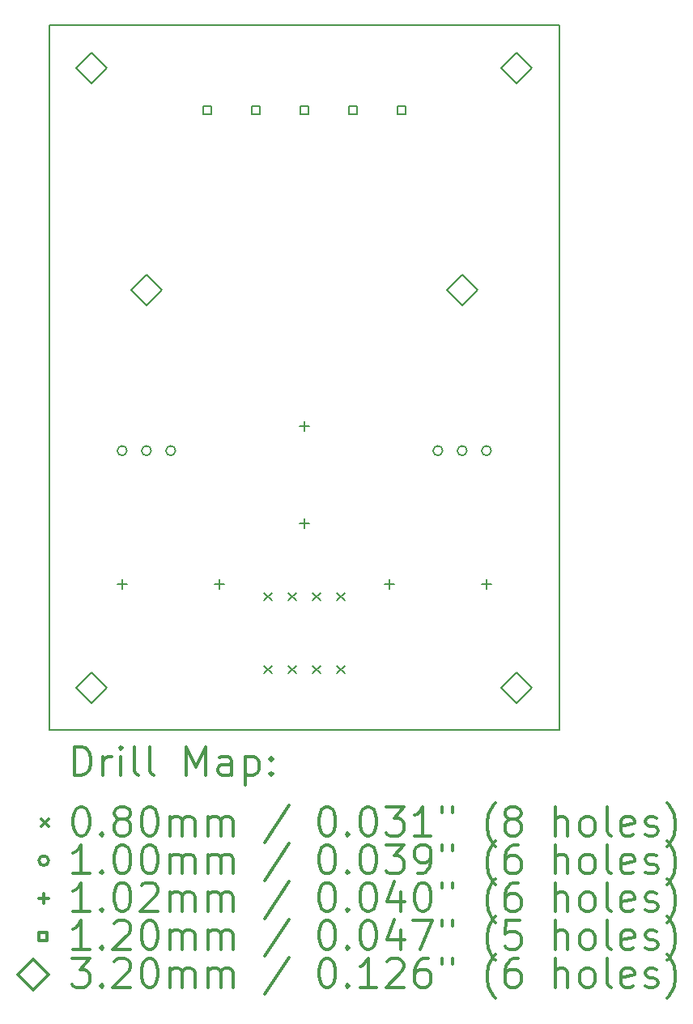
<source format=gbr>
%FSLAX45Y45*%
G04 Gerber Fmt 4.5, Leading zero omitted, Abs format (unit mm)*
G04 Created by KiCad (PCBNEW 4.0.5+dfsg1-4) date Mon Apr 17 11:42:10 2017*
%MOMM*%
%LPD*%
G01*
G04 APERTURE LIST*
%ADD10C,0.127000*%
%ADD11C,0.150000*%
%ADD12C,0.200000*%
%ADD13C,0.300000*%
G04 APERTURE END LIST*
D10*
D11*
X15113000Y-14351000D02*
X15113000Y-6985000D01*
X20447000Y-14351000D02*
X15113000Y-14351000D01*
X20447000Y-6985000D02*
X20447000Y-14351000D01*
X15113000Y-6985000D02*
X20447000Y-6985000D01*
D12*
X17359000Y-12914000D02*
X17439000Y-12994000D01*
X17439000Y-12914000D02*
X17359000Y-12994000D01*
X17359000Y-13676000D02*
X17439000Y-13756000D01*
X17439000Y-13676000D02*
X17359000Y-13756000D01*
X17613000Y-12914000D02*
X17693000Y-12994000D01*
X17693000Y-12914000D02*
X17613000Y-12994000D01*
X17613000Y-13676000D02*
X17693000Y-13756000D01*
X17693000Y-13676000D02*
X17613000Y-13756000D01*
X17867000Y-12914000D02*
X17947000Y-12994000D01*
X17947000Y-12914000D02*
X17867000Y-12994000D01*
X17867000Y-13676000D02*
X17947000Y-13756000D01*
X17947000Y-13676000D02*
X17867000Y-13756000D01*
X18121000Y-12914000D02*
X18201000Y-12994000D01*
X18201000Y-12914000D02*
X18121000Y-12994000D01*
X18121000Y-13676000D02*
X18201000Y-13756000D01*
X18201000Y-13676000D02*
X18121000Y-13756000D01*
X15925038Y-11430000D02*
G75*
G03X15925038Y-11430000I-50038J0D01*
G01*
X16179038Y-11430000D02*
G75*
G03X16179038Y-11430000I-50038J0D01*
G01*
X16433038Y-11430000D02*
G75*
G03X16433038Y-11430000I-50038J0D01*
G01*
X19227038Y-11430000D02*
G75*
G03X19227038Y-11430000I-50038J0D01*
G01*
X19481038Y-11430000D02*
G75*
G03X19481038Y-11430000I-50038J0D01*
G01*
X19735038Y-11430000D02*
G75*
G03X19735038Y-11430000I-50038J0D01*
G01*
X15875000Y-12776200D02*
X15875000Y-12877800D01*
X15824200Y-12827000D02*
X15925800Y-12827000D01*
X16891000Y-12776200D02*
X16891000Y-12877800D01*
X16840200Y-12827000D02*
X16941800Y-12827000D01*
X17780000Y-11125200D02*
X17780000Y-11226800D01*
X17729200Y-11176000D02*
X17830800Y-11176000D01*
X17780000Y-12141200D02*
X17780000Y-12242800D01*
X17729200Y-12192000D02*
X17830800Y-12192000D01*
X18669000Y-12776200D02*
X18669000Y-12877800D01*
X18618200Y-12827000D02*
X18719800Y-12827000D01*
X19685000Y-12776200D02*
X19685000Y-12877800D01*
X19634200Y-12827000D02*
X19735800Y-12827000D01*
X16806427Y-7916427D02*
X16806427Y-7831573D01*
X16721573Y-7831573D01*
X16721573Y-7916427D01*
X16806427Y-7916427D01*
X17314427Y-7916427D02*
X17314427Y-7831573D01*
X17229573Y-7831573D01*
X17229573Y-7916427D01*
X17314427Y-7916427D01*
X17822427Y-7916427D02*
X17822427Y-7831573D01*
X17737573Y-7831573D01*
X17737573Y-7916427D01*
X17822427Y-7916427D01*
X18330427Y-7916427D02*
X18330427Y-7831573D01*
X18245573Y-7831573D01*
X18245573Y-7916427D01*
X18330427Y-7916427D01*
X18838427Y-7916427D02*
X18838427Y-7831573D01*
X18753573Y-7831573D01*
X18753573Y-7916427D01*
X18838427Y-7916427D01*
X15557500Y-7589500D02*
X15717500Y-7429500D01*
X15557500Y-7269500D01*
X15397500Y-7429500D01*
X15557500Y-7589500D01*
X15557500Y-14066500D02*
X15717500Y-13906500D01*
X15557500Y-13746500D01*
X15397500Y-13906500D01*
X15557500Y-14066500D01*
X16129000Y-9913600D02*
X16289000Y-9753600D01*
X16129000Y-9593600D01*
X15969000Y-9753600D01*
X16129000Y-9913600D01*
X19431000Y-9913600D02*
X19591000Y-9753600D01*
X19431000Y-9593600D01*
X19271000Y-9753600D01*
X19431000Y-9913600D01*
X20002500Y-7589500D02*
X20162500Y-7429500D01*
X20002500Y-7269500D01*
X19842500Y-7429500D01*
X20002500Y-7589500D01*
X20002500Y-14066500D02*
X20162500Y-13906500D01*
X20002500Y-13746500D01*
X19842500Y-13906500D01*
X20002500Y-14066500D01*
D13*
X15376928Y-14824214D02*
X15376928Y-14524214D01*
X15448357Y-14524214D01*
X15491214Y-14538500D01*
X15519786Y-14567071D01*
X15534071Y-14595643D01*
X15548357Y-14652786D01*
X15548357Y-14695643D01*
X15534071Y-14752786D01*
X15519786Y-14781357D01*
X15491214Y-14809929D01*
X15448357Y-14824214D01*
X15376928Y-14824214D01*
X15676928Y-14824214D02*
X15676928Y-14624214D01*
X15676928Y-14681357D02*
X15691214Y-14652786D01*
X15705500Y-14638500D01*
X15734071Y-14624214D01*
X15762643Y-14624214D01*
X15862643Y-14824214D02*
X15862643Y-14624214D01*
X15862643Y-14524214D02*
X15848357Y-14538500D01*
X15862643Y-14552786D01*
X15876928Y-14538500D01*
X15862643Y-14524214D01*
X15862643Y-14552786D01*
X16048357Y-14824214D02*
X16019786Y-14809929D01*
X16005500Y-14781357D01*
X16005500Y-14524214D01*
X16205500Y-14824214D02*
X16176928Y-14809929D01*
X16162643Y-14781357D01*
X16162643Y-14524214D01*
X16548357Y-14824214D02*
X16548357Y-14524214D01*
X16648357Y-14738500D01*
X16748357Y-14524214D01*
X16748357Y-14824214D01*
X17019786Y-14824214D02*
X17019786Y-14667071D01*
X17005500Y-14638500D01*
X16976929Y-14624214D01*
X16919786Y-14624214D01*
X16891214Y-14638500D01*
X17019786Y-14809929D02*
X16991214Y-14824214D01*
X16919786Y-14824214D01*
X16891214Y-14809929D01*
X16876929Y-14781357D01*
X16876929Y-14752786D01*
X16891214Y-14724214D01*
X16919786Y-14709929D01*
X16991214Y-14709929D01*
X17019786Y-14695643D01*
X17162643Y-14624214D02*
X17162643Y-14924214D01*
X17162643Y-14638500D02*
X17191214Y-14624214D01*
X17248357Y-14624214D01*
X17276929Y-14638500D01*
X17291214Y-14652786D01*
X17305500Y-14681357D01*
X17305500Y-14767071D01*
X17291214Y-14795643D01*
X17276929Y-14809929D01*
X17248357Y-14824214D01*
X17191214Y-14824214D01*
X17162643Y-14809929D01*
X17434071Y-14795643D02*
X17448357Y-14809929D01*
X17434071Y-14824214D01*
X17419786Y-14809929D01*
X17434071Y-14795643D01*
X17434071Y-14824214D01*
X17434071Y-14638500D02*
X17448357Y-14652786D01*
X17434071Y-14667071D01*
X17419786Y-14652786D01*
X17434071Y-14638500D01*
X17434071Y-14667071D01*
X15025500Y-15278500D02*
X15105500Y-15358500D01*
X15105500Y-15278500D02*
X15025500Y-15358500D01*
X15434071Y-15154214D02*
X15462643Y-15154214D01*
X15491214Y-15168500D01*
X15505500Y-15182786D01*
X15519786Y-15211357D01*
X15534071Y-15268500D01*
X15534071Y-15339929D01*
X15519786Y-15397071D01*
X15505500Y-15425643D01*
X15491214Y-15439929D01*
X15462643Y-15454214D01*
X15434071Y-15454214D01*
X15405500Y-15439929D01*
X15391214Y-15425643D01*
X15376928Y-15397071D01*
X15362643Y-15339929D01*
X15362643Y-15268500D01*
X15376928Y-15211357D01*
X15391214Y-15182786D01*
X15405500Y-15168500D01*
X15434071Y-15154214D01*
X15662643Y-15425643D02*
X15676928Y-15439929D01*
X15662643Y-15454214D01*
X15648357Y-15439929D01*
X15662643Y-15425643D01*
X15662643Y-15454214D01*
X15848357Y-15282786D02*
X15819786Y-15268500D01*
X15805500Y-15254214D01*
X15791214Y-15225643D01*
X15791214Y-15211357D01*
X15805500Y-15182786D01*
X15819786Y-15168500D01*
X15848357Y-15154214D01*
X15905500Y-15154214D01*
X15934071Y-15168500D01*
X15948357Y-15182786D01*
X15962643Y-15211357D01*
X15962643Y-15225643D01*
X15948357Y-15254214D01*
X15934071Y-15268500D01*
X15905500Y-15282786D01*
X15848357Y-15282786D01*
X15819786Y-15297071D01*
X15805500Y-15311357D01*
X15791214Y-15339929D01*
X15791214Y-15397071D01*
X15805500Y-15425643D01*
X15819786Y-15439929D01*
X15848357Y-15454214D01*
X15905500Y-15454214D01*
X15934071Y-15439929D01*
X15948357Y-15425643D01*
X15962643Y-15397071D01*
X15962643Y-15339929D01*
X15948357Y-15311357D01*
X15934071Y-15297071D01*
X15905500Y-15282786D01*
X16148357Y-15154214D02*
X16176928Y-15154214D01*
X16205500Y-15168500D01*
X16219786Y-15182786D01*
X16234071Y-15211357D01*
X16248357Y-15268500D01*
X16248357Y-15339929D01*
X16234071Y-15397071D01*
X16219786Y-15425643D01*
X16205500Y-15439929D01*
X16176928Y-15454214D01*
X16148357Y-15454214D01*
X16119786Y-15439929D01*
X16105500Y-15425643D01*
X16091214Y-15397071D01*
X16076928Y-15339929D01*
X16076928Y-15268500D01*
X16091214Y-15211357D01*
X16105500Y-15182786D01*
X16119786Y-15168500D01*
X16148357Y-15154214D01*
X16376928Y-15454214D02*
X16376928Y-15254214D01*
X16376928Y-15282786D02*
X16391214Y-15268500D01*
X16419786Y-15254214D01*
X16462643Y-15254214D01*
X16491214Y-15268500D01*
X16505500Y-15297071D01*
X16505500Y-15454214D01*
X16505500Y-15297071D02*
X16519786Y-15268500D01*
X16548357Y-15254214D01*
X16591214Y-15254214D01*
X16619786Y-15268500D01*
X16634071Y-15297071D01*
X16634071Y-15454214D01*
X16776928Y-15454214D02*
X16776928Y-15254214D01*
X16776928Y-15282786D02*
X16791214Y-15268500D01*
X16819786Y-15254214D01*
X16862643Y-15254214D01*
X16891214Y-15268500D01*
X16905500Y-15297071D01*
X16905500Y-15454214D01*
X16905500Y-15297071D02*
X16919786Y-15268500D01*
X16948357Y-15254214D01*
X16991214Y-15254214D01*
X17019786Y-15268500D01*
X17034071Y-15297071D01*
X17034071Y-15454214D01*
X17619786Y-15139929D02*
X17362643Y-15525643D01*
X18005500Y-15154214D02*
X18034071Y-15154214D01*
X18062643Y-15168500D01*
X18076928Y-15182786D01*
X18091214Y-15211357D01*
X18105500Y-15268500D01*
X18105500Y-15339929D01*
X18091214Y-15397071D01*
X18076928Y-15425643D01*
X18062643Y-15439929D01*
X18034071Y-15454214D01*
X18005500Y-15454214D01*
X17976928Y-15439929D01*
X17962643Y-15425643D01*
X17948357Y-15397071D01*
X17934071Y-15339929D01*
X17934071Y-15268500D01*
X17948357Y-15211357D01*
X17962643Y-15182786D01*
X17976928Y-15168500D01*
X18005500Y-15154214D01*
X18234071Y-15425643D02*
X18248357Y-15439929D01*
X18234071Y-15454214D01*
X18219786Y-15439929D01*
X18234071Y-15425643D01*
X18234071Y-15454214D01*
X18434071Y-15154214D02*
X18462643Y-15154214D01*
X18491214Y-15168500D01*
X18505500Y-15182786D01*
X18519786Y-15211357D01*
X18534071Y-15268500D01*
X18534071Y-15339929D01*
X18519786Y-15397071D01*
X18505500Y-15425643D01*
X18491214Y-15439929D01*
X18462643Y-15454214D01*
X18434071Y-15454214D01*
X18405500Y-15439929D01*
X18391214Y-15425643D01*
X18376928Y-15397071D01*
X18362643Y-15339929D01*
X18362643Y-15268500D01*
X18376928Y-15211357D01*
X18391214Y-15182786D01*
X18405500Y-15168500D01*
X18434071Y-15154214D01*
X18634071Y-15154214D02*
X18819786Y-15154214D01*
X18719786Y-15268500D01*
X18762643Y-15268500D01*
X18791214Y-15282786D01*
X18805500Y-15297071D01*
X18819786Y-15325643D01*
X18819786Y-15397071D01*
X18805500Y-15425643D01*
X18791214Y-15439929D01*
X18762643Y-15454214D01*
X18676928Y-15454214D01*
X18648357Y-15439929D01*
X18634071Y-15425643D01*
X19105500Y-15454214D02*
X18934071Y-15454214D01*
X19019786Y-15454214D02*
X19019786Y-15154214D01*
X18991214Y-15197071D01*
X18962643Y-15225643D01*
X18934071Y-15239929D01*
X19219786Y-15154214D02*
X19219786Y-15211357D01*
X19334071Y-15154214D02*
X19334071Y-15211357D01*
X19776928Y-15568500D02*
X19762643Y-15554214D01*
X19734071Y-15511357D01*
X19719786Y-15482786D01*
X19705500Y-15439929D01*
X19691214Y-15368500D01*
X19691214Y-15311357D01*
X19705500Y-15239929D01*
X19719786Y-15197071D01*
X19734071Y-15168500D01*
X19762643Y-15125643D01*
X19776928Y-15111357D01*
X19934071Y-15282786D02*
X19905500Y-15268500D01*
X19891214Y-15254214D01*
X19876928Y-15225643D01*
X19876928Y-15211357D01*
X19891214Y-15182786D01*
X19905500Y-15168500D01*
X19934071Y-15154214D01*
X19991214Y-15154214D01*
X20019786Y-15168500D01*
X20034071Y-15182786D01*
X20048357Y-15211357D01*
X20048357Y-15225643D01*
X20034071Y-15254214D01*
X20019786Y-15268500D01*
X19991214Y-15282786D01*
X19934071Y-15282786D01*
X19905500Y-15297071D01*
X19891214Y-15311357D01*
X19876928Y-15339929D01*
X19876928Y-15397071D01*
X19891214Y-15425643D01*
X19905500Y-15439929D01*
X19934071Y-15454214D01*
X19991214Y-15454214D01*
X20019786Y-15439929D01*
X20034071Y-15425643D01*
X20048357Y-15397071D01*
X20048357Y-15339929D01*
X20034071Y-15311357D01*
X20019786Y-15297071D01*
X19991214Y-15282786D01*
X20405500Y-15454214D02*
X20405500Y-15154214D01*
X20534071Y-15454214D02*
X20534071Y-15297071D01*
X20519786Y-15268500D01*
X20491214Y-15254214D01*
X20448357Y-15254214D01*
X20419786Y-15268500D01*
X20405500Y-15282786D01*
X20719786Y-15454214D02*
X20691214Y-15439929D01*
X20676928Y-15425643D01*
X20662643Y-15397071D01*
X20662643Y-15311357D01*
X20676928Y-15282786D01*
X20691214Y-15268500D01*
X20719786Y-15254214D01*
X20762643Y-15254214D01*
X20791214Y-15268500D01*
X20805500Y-15282786D01*
X20819786Y-15311357D01*
X20819786Y-15397071D01*
X20805500Y-15425643D01*
X20791214Y-15439929D01*
X20762643Y-15454214D01*
X20719786Y-15454214D01*
X20991214Y-15454214D02*
X20962643Y-15439929D01*
X20948357Y-15411357D01*
X20948357Y-15154214D01*
X21219786Y-15439929D02*
X21191214Y-15454214D01*
X21134071Y-15454214D01*
X21105500Y-15439929D01*
X21091214Y-15411357D01*
X21091214Y-15297071D01*
X21105500Y-15268500D01*
X21134071Y-15254214D01*
X21191214Y-15254214D01*
X21219786Y-15268500D01*
X21234071Y-15297071D01*
X21234071Y-15325643D01*
X21091214Y-15354214D01*
X21348357Y-15439929D02*
X21376929Y-15454214D01*
X21434071Y-15454214D01*
X21462643Y-15439929D01*
X21476929Y-15411357D01*
X21476929Y-15397071D01*
X21462643Y-15368500D01*
X21434071Y-15354214D01*
X21391214Y-15354214D01*
X21362643Y-15339929D01*
X21348357Y-15311357D01*
X21348357Y-15297071D01*
X21362643Y-15268500D01*
X21391214Y-15254214D01*
X21434071Y-15254214D01*
X21462643Y-15268500D01*
X21576928Y-15568500D02*
X21591214Y-15554214D01*
X21619786Y-15511357D01*
X21634071Y-15482786D01*
X21648357Y-15439929D01*
X21662643Y-15368500D01*
X21662643Y-15311357D01*
X21648357Y-15239929D01*
X21634071Y-15197071D01*
X21619786Y-15168500D01*
X21591214Y-15125643D01*
X21576928Y-15111357D01*
X15105500Y-15714500D02*
G75*
G03X15105500Y-15714500I-50038J0D01*
G01*
X15534071Y-15850214D02*
X15362643Y-15850214D01*
X15448357Y-15850214D02*
X15448357Y-15550214D01*
X15419786Y-15593071D01*
X15391214Y-15621643D01*
X15362643Y-15635929D01*
X15662643Y-15821643D02*
X15676928Y-15835929D01*
X15662643Y-15850214D01*
X15648357Y-15835929D01*
X15662643Y-15821643D01*
X15662643Y-15850214D01*
X15862643Y-15550214D02*
X15891214Y-15550214D01*
X15919786Y-15564500D01*
X15934071Y-15578786D01*
X15948357Y-15607357D01*
X15962643Y-15664500D01*
X15962643Y-15735929D01*
X15948357Y-15793071D01*
X15934071Y-15821643D01*
X15919786Y-15835929D01*
X15891214Y-15850214D01*
X15862643Y-15850214D01*
X15834071Y-15835929D01*
X15819786Y-15821643D01*
X15805500Y-15793071D01*
X15791214Y-15735929D01*
X15791214Y-15664500D01*
X15805500Y-15607357D01*
X15819786Y-15578786D01*
X15834071Y-15564500D01*
X15862643Y-15550214D01*
X16148357Y-15550214D02*
X16176928Y-15550214D01*
X16205500Y-15564500D01*
X16219786Y-15578786D01*
X16234071Y-15607357D01*
X16248357Y-15664500D01*
X16248357Y-15735929D01*
X16234071Y-15793071D01*
X16219786Y-15821643D01*
X16205500Y-15835929D01*
X16176928Y-15850214D01*
X16148357Y-15850214D01*
X16119786Y-15835929D01*
X16105500Y-15821643D01*
X16091214Y-15793071D01*
X16076928Y-15735929D01*
X16076928Y-15664500D01*
X16091214Y-15607357D01*
X16105500Y-15578786D01*
X16119786Y-15564500D01*
X16148357Y-15550214D01*
X16376928Y-15850214D02*
X16376928Y-15650214D01*
X16376928Y-15678786D02*
X16391214Y-15664500D01*
X16419786Y-15650214D01*
X16462643Y-15650214D01*
X16491214Y-15664500D01*
X16505500Y-15693071D01*
X16505500Y-15850214D01*
X16505500Y-15693071D02*
X16519786Y-15664500D01*
X16548357Y-15650214D01*
X16591214Y-15650214D01*
X16619786Y-15664500D01*
X16634071Y-15693071D01*
X16634071Y-15850214D01*
X16776928Y-15850214D02*
X16776928Y-15650214D01*
X16776928Y-15678786D02*
X16791214Y-15664500D01*
X16819786Y-15650214D01*
X16862643Y-15650214D01*
X16891214Y-15664500D01*
X16905500Y-15693071D01*
X16905500Y-15850214D01*
X16905500Y-15693071D02*
X16919786Y-15664500D01*
X16948357Y-15650214D01*
X16991214Y-15650214D01*
X17019786Y-15664500D01*
X17034071Y-15693071D01*
X17034071Y-15850214D01*
X17619786Y-15535929D02*
X17362643Y-15921643D01*
X18005500Y-15550214D02*
X18034071Y-15550214D01*
X18062643Y-15564500D01*
X18076928Y-15578786D01*
X18091214Y-15607357D01*
X18105500Y-15664500D01*
X18105500Y-15735929D01*
X18091214Y-15793071D01*
X18076928Y-15821643D01*
X18062643Y-15835929D01*
X18034071Y-15850214D01*
X18005500Y-15850214D01*
X17976928Y-15835929D01*
X17962643Y-15821643D01*
X17948357Y-15793071D01*
X17934071Y-15735929D01*
X17934071Y-15664500D01*
X17948357Y-15607357D01*
X17962643Y-15578786D01*
X17976928Y-15564500D01*
X18005500Y-15550214D01*
X18234071Y-15821643D02*
X18248357Y-15835929D01*
X18234071Y-15850214D01*
X18219786Y-15835929D01*
X18234071Y-15821643D01*
X18234071Y-15850214D01*
X18434071Y-15550214D02*
X18462643Y-15550214D01*
X18491214Y-15564500D01*
X18505500Y-15578786D01*
X18519786Y-15607357D01*
X18534071Y-15664500D01*
X18534071Y-15735929D01*
X18519786Y-15793071D01*
X18505500Y-15821643D01*
X18491214Y-15835929D01*
X18462643Y-15850214D01*
X18434071Y-15850214D01*
X18405500Y-15835929D01*
X18391214Y-15821643D01*
X18376928Y-15793071D01*
X18362643Y-15735929D01*
X18362643Y-15664500D01*
X18376928Y-15607357D01*
X18391214Y-15578786D01*
X18405500Y-15564500D01*
X18434071Y-15550214D01*
X18634071Y-15550214D02*
X18819786Y-15550214D01*
X18719786Y-15664500D01*
X18762643Y-15664500D01*
X18791214Y-15678786D01*
X18805500Y-15693071D01*
X18819786Y-15721643D01*
X18819786Y-15793071D01*
X18805500Y-15821643D01*
X18791214Y-15835929D01*
X18762643Y-15850214D01*
X18676928Y-15850214D01*
X18648357Y-15835929D01*
X18634071Y-15821643D01*
X18962643Y-15850214D02*
X19019786Y-15850214D01*
X19048357Y-15835929D01*
X19062643Y-15821643D01*
X19091214Y-15778786D01*
X19105500Y-15721643D01*
X19105500Y-15607357D01*
X19091214Y-15578786D01*
X19076928Y-15564500D01*
X19048357Y-15550214D01*
X18991214Y-15550214D01*
X18962643Y-15564500D01*
X18948357Y-15578786D01*
X18934071Y-15607357D01*
X18934071Y-15678786D01*
X18948357Y-15707357D01*
X18962643Y-15721643D01*
X18991214Y-15735929D01*
X19048357Y-15735929D01*
X19076928Y-15721643D01*
X19091214Y-15707357D01*
X19105500Y-15678786D01*
X19219786Y-15550214D02*
X19219786Y-15607357D01*
X19334071Y-15550214D02*
X19334071Y-15607357D01*
X19776928Y-15964500D02*
X19762643Y-15950214D01*
X19734071Y-15907357D01*
X19719786Y-15878786D01*
X19705500Y-15835929D01*
X19691214Y-15764500D01*
X19691214Y-15707357D01*
X19705500Y-15635929D01*
X19719786Y-15593071D01*
X19734071Y-15564500D01*
X19762643Y-15521643D01*
X19776928Y-15507357D01*
X20019786Y-15550214D02*
X19962643Y-15550214D01*
X19934071Y-15564500D01*
X19919786Y-15578786D01*
X19891214Y-15621643D01*
X19876928Y-15678786D01*
X19876928Y-15793071D01*
X19891214Y-15821643D01*
X19905500Y-15835929D01*
X19934071Y-15850214D01*
X19991214Y-15850214D01*
X20019786Y-15835929D01*
X20034071Y-15821643D01*
X20048357Y-15793071D01*
X20048357Y-15721643D01*
X20034071Y-15693071D01*
X20019786Y-15678786D01*
X19991214Y-15664500D01*
X19934071Y-15664500D01*
X19905500Y-15678786D01*
X19891214Y-15693071D01*
X19876928Y-15721643D01*
X20405500Y-15850214D02*
X20405500Y-15550214D01*
X20534071Y-15850214D02*
X20534071Y-15693071D01*
X20519786Y-15664500D01*
X20491214Y-15650214D01*
X20448357Y-15650214D01*
X20419786Y-15664500D01*
X20405500Y-15678786D01*
X20719786Y-15850214D02*
X20691214Y-15835929D01*
X20676928Y-15821643D01*
X20662643Y-15793071D01*
X20662643Y-15707357D01*
X20676928Y-15678786D01*
X20691214Y-15664500D01*
X20719786Y-15650214D01*
X20762643Y-15650214D01*
X20791214Y-15664500D01*
X20805500Y-15678786D01*
X20819786Y-15707357D01*
X20819786Y-15793071D01*
X20805500Y-15821643D01*
X20791214Y-15835929D01*
X20762643Y-15850214D01*
X20719786Y-15850214D01*
X20991214Y-15850214D02*
X20962643Y-15835929D01*
X20948357Y-15807357D01*
X20948357Y-15550214D01*
X21219786Y-15835929D02*
X21191214Y-15850214D01*
X21134071Y-15850214D01*
X21105500Y-15835929D01*
X21091214Y-15807357D01*
X21091214Y-15693071D01*
X21105500Y-15664500D01*
X21134071Y-15650214D01*
X21191214Y-15650214D01*
X21219786Y-15664500D01*
X21234071Y-15693071D01*
X21234071Y-15721643D01*
X21091214Y-15750214D01*
X21348357Y-15835929D02*
X21376929Y-15850214D01*
X21434071Y-15850214D01*
X21462643Y-15835929D01*
X21476929Y-15807357D01*
X21476929Y-15793071D01*
X21462643Y-15764500D01*
X21434071Y-15750214D01*
X21391214Y-15750214D01*
X21362643Y-15735929D01*
X21348357Y-15707357D01*
X21348357Y-15693071D01*
X21362643Y-15664500D01*
X21391214Y-15650214D01*
X21434071Y-15650214D01*
X21462643Y-15664500D01*
X21576928Y-15964500D02*
X21591214Y-15950214D01*
X21619786Y-15907357D01*
X21634071Y-15878786D01*
X21648357Y-15835929D01*
X21662643Y-15764500D01*
X21662643Y-15707357D01*
X21648357Y-15635929D01*
X21634071Y-15593071D01*
X21619786Y-15564500D01*
X21591214Y-15521643D01*
X21576928Y-15507357D01*
X15054700Y-16059700D02*
X15054700Y-16161300D01*
X15003900Y-16110500D02*
X15105500Y-16110500D01*
X15534071Y-16246214D02*
X15362643Y-16246214D01*
X15448357Y-16246214D02*
X15448357Y-15946214D01*
X15419786Y-15989071D01*
X15391214Y-16017643D01*
X15362643Y-16031929D01*
X15662643Y-16217643D02*
X15676928Y-16231929D01*
X15662643Y-16246214D01*
X15648357Y-16231929D01*
X15662643Y-16217643D01*
X15662643Y-16246214D01*
X15862643Y-15946214D02*
X15891214Y-15946214D01*
X15919786Y-15960500D01*
X15934071Y-15974786D01*
X15948357Y-16003357D01*
X15962643Y-16060500D01*
X15962643Y-16131929D01*
X15948357Y-16189071D01*
X15934071Y-16217643D01*
X15919786Y-16231929D01*
X15891214Y-16246214D01*
X15862643Y-16246214D01*
X15834071Y-16231929D01*
X15819786Y-16217643D01*
X15805500Y-16189071D01*
X15791214Y-16131929D01*
X15791214Y-16060500D01*
X15805500Y-16003357D01*
X15819786Y-15974786D01*
X15834071Y-15960500D01*
X15862643Y-15946214D01*
X16076928Y-15974786D02*
X16091214Y-15960500D01*
X16119786Y-15946214D01*
X16191214Y-15946214D01*
X16219786Y-15960500D01*
X16234071Y-15974786D01*
X16248357Y-16003357D01*
X16248357Y-16031929D01*
X16234071Y-16074786D01*
X16062643Y-16246214D01*
X16248357Y-16246214D01*
X16376928Y-16246214D02*
X16376928Y-16046214D01*
X16376928Y-16074786D02*
X16391214Y-16060500D01*
X16419786Y-16046214D01*
X16462643Y-16046214D01*
X16491214Y-16060500D01*
X16505500Y-16089071D01*
X16505500Y-16246214D01*
X16505500Y-16089071D02*
X16519786Y-16060500D01*
X16548357Y-16046214D01*
X16591214Y-16046214D01*
X16619786Y-16060500D01*
X16634071Y-16089071D01*
X16634071Y-16246214D01*
X16776928Y-16246214D02*
X16776928Y-16046214D01*
X16776928Y-16074786D02*
X16791214Y-16060500D01*
X16819786Y-16046214D01*
X16862643Y-16046214D01*
X16891214Y-16060500D01*
X16905500Y-16089071D01*
X16905500Y-16246214D01*
X16905500Y-16089071D02*
X16919786Y-16060500D01*
X16948357Y-16046214D01*
X16991214Y-16046214D01*
X17019786Y-16060500D01*
X17034071Y-16089071D01*
X17034071Y-16246214D01*
X17619786Y-15931929D02*
X17362643Y-16317643D01*
X18005500Y-15946214D02*
X18034071Y-15946214D01*
X18062643Y-15960500D01*
X18076928Y-15974786D01*
X18091214Y-16003357D01*
X18105500Y-16060500D01*
X18105500Y-16131929D01*
X18091214Y-16189071D01*
X18076928Y-16217643D01*
X18062643Y-16231929D01*
X18034071Y-16246214D01*
X18005500Y-16246214D01*
X17976928Y-16231929D01*
X17962643Y-16217643D01*
X17948357Y-16189071D01*
X17934071Y-16131929D01*
X17934071Y-16060500D01*
X17948357Y-16003357D01*
X17962643Y-15974786D01*
X17976928Y-15960500D01*
X18005500Y-15946214D01*
X18234071Y-16217643D02*
X18248357Y-16231929D01*
X18234071Y-16246214D01*
X18219786Y-16231929D01*
X18234071Y-16217643D01*
X18234071Y-16246214D01*
X18434071Y-15946214D02*
X18462643Y-15946214D01*
X18491214Y-15960500D01*
X18505500Y-15974786D01*
X18519786Y-16003357D01*
X18534071Y-16060500D01*
X18534071Y-16131929D01*
X18519786Y-16189071D01*
X18505500Y-16217643D01*
X18491214Y-16231929D01*
X18462643Y-16246214D01*
X18434071Y-16246214D01*
X18405500Y-16231929D01*
X18391214Y-16217643D01*
X18376928Y-16189071D01*
X18362643Y-16131929D01*
X18362643Y-16060500D01*
X18376928Y-16003357D01*
X18391214Y-15974786D01*
X18405500Y-15960500D01*
X18434071Y-15946214D01*
X18791214Y-16046214D02*
X18791214Y-16246214D01*
X18719786Y-15931929D02*
X18648357Y-16146214D01*
X18834071Y-16146214D01*
X19005500Y-15946214D02*
X19034071Y-15946214D01*
X19062643Y-15960500D01*
X19076928Y-15974786D01*
X19091214Y-16003357D01*
X19105500Y-16060500D01*
X19105500Y-16131929D01*
X19091214Y-16189071D01*
X19076928Y-16217643D01*
X19062643Y-16231929D01*
X19034071Y-16246214D01*
X19005500Y-16246214D01*
X18976928Y-16231929D01*
X18962643Y-16217643D01*
X18948357Y-16189071D01*
X18934071Y-16131929D01*
X18934071Y-16060500D01*
X18948357Y-16003357D01*
X18962643Y-15974786D01*
X18976928Y-15960500D01*
X19005500Y-15946214D01*
X19219786Y-15946214D02*
X19219786Y-16003357D01*
X19334071Y-15946214D02*
X19334071Y-16003357D01*
X19776928Y-16360500D02*
X19762643Y-16346214D01*
X19734071Y-16303357D01*
X19719786Y-16274786D01*
X19705500Y-16231929D01*
X19691214Y-16160500D01*
X19691214Y-16103357D01*
X19705500Y-16031929D01*
X19719786Y-15989071D01*
X19734071Y-15960500D01*
X19762643Y-15917643D01*
X19776928Y-15903357D01*
X20019786Y-15946214D02*
X19962643Y-15946214D01*
X19934071Y-15960500D01*
X19919786Y-15974786D01*
X19891214Y-16017643D01*
X19876928Y-16074786D01*
X19876928Y-16189071D01*
X19891214Y-16217643D01*
X19905500Y-16231929D01*
X19934071Y-16246214D01*
X19991214Y-16246214D01*
X20019786Y-16231929D01*
X20034071Y-16217643D01*
X20048357Y-16189071D01*
X20048357Y-16117643D01*
X20034071Y-16089071D01*
X20019786Y-16074786D01*
X19991214Y-16060500D01*
X19934071Y-16060500D01*
X19905500Y-16074786D01*
X19891214Y-16089071D01*
X19876928Y-16117643D01*
X20405500Y-16246214D02*
X20405500Y-15946214D01*
X20534071Y-16246214D02*
X20534071Y-16089071D01*
X20519786Y-16060500D01*
X20491214Y-16046214D01*
X20448357Y-16046214D01*
X20419786Y-16060500D01*
X20405500Y-16074786D01*
X20719786Y-16246214D02*
X20691214Y-16231929D01*
X20676928Y-16217643D01*
X20662643Y-16189071D01*
X20662643Y-16103357D01*
X20676928Y-16074786D01*
X20691214Y-16060500D01*
X20719786Y-16046214D01*
X20762643Y-16046214D01*
X20791214Y-16060500D01*
X20805500Y-16074786D01*
X20819786Y-16103357D01*
X20819786Y-16189071D01*
X20805500Y-16217643D01*
X20791214Y-16231929D01*
X20762643Y-16246214D01*
X20719786Y-16246214D01*
X20991214Y-16246214D02*
X20962643Y-16231929D01*
X20948357Y-16203357D01*
X20948357Y-15946214D01*
X21219786Y-16231929D02*
X21191214Y-16246214D01*
X21134071Y-16246214D01*
X21105500Y-16231929D01*
X21091214Y-16203357D01*
X21091214Y-16089071D01*
X21105500Y-16060500D01*
X21134071Y-16046214D01*
X21191214Y-16046214D01*
X21219786Y-16060500D01*
X21234071Y-16089071D01*
X21234071Y-16117643D01*
X21091214Y-16146214D01*
X21348357Y-16231929D02*
X21376929Y-16246214D01*
X21434071Y-16246214D01*
X21462643Y-16231929D01*
X21476929Y-16203357D01*
X21476929Y-16189071D01*
X21462643Y-16160500D01*
X21434071Y-16146214D01*
X21391214Y-16146214D01*
X21362643Y-16131929D01*
X21348357Y-16103357D01*
X21348357Y-16089071D01*
X21362643Y-16060500D01*
X21391214Y-16046214D01*
X21434071Y-16046214D01*
X21462643Y-16060500D01*
X21576928Y-16360500D02*
X21591214Y-16346214D01*
X21619786Y-16303357D01*
X21634071Y-16274786D01*
X21648357Y-16231929D01*
X21662643Y-16160500D01*
X21662643Y-16103357D01*
X21648357Y-16031929D01*
X21634071Y-15989071D01*
X21619786Y-15960500D01*
X21591214Y-15917643D01*
X21576928Y-15903357D01*
X15087927Y-16548927D02*
X15087927Y-16464073D01*
X15003073Y-16464073D01*
X15003073Y-16548927D01*
X15087927Y-16548927D01*
X15534071Y-16642214D02*
X15362643Y-16642214D01*
X15448357Y-16642214D02*
X15448357Y-16342214D01*
X15419786Y-16385071D01*
X15391214Y-16413643D01*
X15362643Y-16427929D01*
X15662643Y-16613643D02*
X15676928Y-16627929D01*
X15662643Y-16642214D01*
X15648357Y-16627929D01*
X15662643Y-16613643D01*
X15662643Y-16642214D01*
X15791214Y-16370786D02*
X15805500Y-16356500D01*
X15834071Y-16342214D01*
X15905500Y-16342214D01*
X15934071Y-16356500D01*
X15948357Y-16370786D01*
X15962643Y-16399357D01*
X15962643Y-16427929D01*
X15948357Y-16470786D01*
X15776928Y-16642214D01*
X15962643Y-16642214D01*
X16148357Y-16342214D02*
X16176928Y-16342214D01*
X16205500Y-16356500D01*
X16219786Y-16370786D01*
X16234071Y-16399357D01*
X16248357Y-16456500D01*
X16248357Y-16527929D01*
X16234071Y-16585071D01*
X16219786Y-16613643D01*
X16205500Y-16627929D01*
X16176928Y-16642214D01*
X16148357Y-16642214D01*
X16119786Y-16627929D01*
X16105500Y-16613643D01*
X16091214Y-16585071D01*
X16076928Y-16527929D01*
X16076928Y-16456500D01*
X16091214Y-16399357D01*
X16105500Y-16370786D01*
X16119786Y-16356500D01*
X16148357Y-16342214D01*
X16376928Y-16642214D02*
X16376928Y-16442214D01*
X16376928Y-16470786D02*
X16391214Y-16456500D01*
X16419786Y-16442214D01*
X16462643Y-16442214D01*
X16491214Y-16456500D01*
X16505500Y-16485071D01*
X16505500Y-16642214D01*
X16505500Y-16485071D02*
X16519786Y-16456500D01*
X16548357Y-16442214D01*
X16591214Y-16442214D01*
X16619786Y-16456500D01*
X16634071Y-16485071D01*
X16634071Y-16642214D01*
X16776928Y-16642214D02*
X16776928Y-16442214D01*
X16776928Y-16470786D02*
X16791214Y-16456500D01*
X16819786Y-16442214D01*
X16862643Y-16442214D01*
X16891214Y-16456500D01*
X16905500Y-16485071D01*
X16905500Y-16642214D01*
X16905500Y-16485071D02*
X16919786Y-16456500D01*
X16948357Y-16442214D01*
X16991214Y-16442214D01*
X17019786Y-16456500D01*
X17034071Y-16485071D01*
X17034071Y-16642214D01*
X17619786Y-16327929D02*
X17362643Y-16713643D01*
X18005500Y-16342214D02*
X18034071Y-16342214D01*
X18062643Y-16356500D01*
X18076928Y-16370786D01*
X18091214Y-16399357D01*
X18105500Y-16456500D01*
X18105500Y-16527929D01*
X18091214Y-16585071D01*
X18076928Y-16613643D01*
X18062643Y-16627929D01*
X18034071Y-16642214D01*
X18005500Y-16642214D01*
X17976928Y-16627929D01*
X17962643Y-16613643D01*
X17948357Y-16585071D01*
X17934071Y-16527929D01*
X17934071Y-16456500D01*
X17948357Y-16399357D01*
X17962643Y-16370786D01*
X17976928Y-16356500D01*
X18005500Y-16342214D01*
X18234071Y-16613643D02*
X18248357Y-16627929D01*
X18234071Y-16642214D01*
X18219786Y-16627929D01*
X18234071Y-16613643D01*
X18234071Y-16642214D01*
X18434071Y-16342214D02*
X18462643Y-16342214D01*
X18491214Y-16356500D01*
X18505500Y-16370786D01*
X18519786Y-16399357D01*
X18534071Y-16456500D01*
X18534071Y-16527929D01*
X18519786Y-16585071D01*
X18505500Y-16613643D01*
X18491214Y-16627929D01*
X18462643Y-16642214D01*
X18434071Y-16642214D01*
X18405500Y-16627929D01*
X18391214Y-16613643D01*
X18376928Y-16585071D01*
X18362643Y-16527929D01*
X18362643Y-16456500D01*
X18376928Y-16399357D01*
X18391214Y-16370786D01*
X18405500Y-16356500D01*
X18434071Y-16342214D01*
X18791214Y-16442214D02*
X18791214Y-16642214D01*
X18719786Y-16327929D02*
X18648357Y-16542214D01*
X18834071Y-16542214D01*
X18919786Y-16342214D02*
X19119786Y-16342214D01*
X18991214Y-16642214D01*
X19219786Y-16342214D02*
X19219786Y-16399357D01*
X19334071Y-16342214D02*
X19334071Y-16399357D01*
X19776928Y-16756500D02*
X19762643Y-16742214D01*
X19734071Y-16699357D01*
X19719786Y-16670786D01*
X19705500Y-16627929D01*
X19691214Y-16556500D01*
X19691214Y-16499357D01*
X19705500Y-16427929D01*
X19719786Y-16385071D01*
X19734071Y-16356500D01*
X19762643Y-16313643D01*
X19776928Y-16299357D01*
X20034071Y-16342214D02*
X19891214Y-16342214D01*
X19876928Y-16485071D01*
X19891214Y-16470786D01*
X19919786Y-16456500D01*
X19991214Y-16456500D01*
X20019786Y-16470786D01*
X20034071Y-16485071D01*
X20048357Y-16513643D01*
X20048357Y-16585071D01*
X20034071Y-16613643D01*
X20019786Y-16627929D01*
X19991214Y-16642214D01*
X19919786Y-16642214D01*
X19891214Y-16627929D01*
X19876928Y-16613643D01*
X20405500Y-16642214D02*
X20405500Y-16342214D01*
X20534071Y-16642214D02*
X20534071Y-16485071D01*
X20519786Y-16456500D01*
X20491214Y-16442214D01*
X20448357Y-16442214D01*
X20419786Y-16456500D01*
X20405500Y-16470786D01*
X20719786Y-16642214D02*
X20691214Y-16627929D01*
X20676928Y-16613643D01*
X20662643Y-16585071D01*
X20662643Y-16499357D01*
X20676928Y-16470786D01*
X20691214Y-16456500D01*
X20719786Y-16442214D01*
X20762643Y-16442214D01*
X20791214Y-16456500D01*
X20805500Y-16470786D01*
X20819786Y-16499357D01*
X20819786Y-16585071D01*
X20805500Y-16613643D01*
X20791214Y-16627929D01*
X20762643Y-16642214D01*
X20719786Y-16642214D01*
X20991214Y-16642214D02*
X20962643Y-16627929D01*
X20948357Y-16599357D01*
X20948357Y-16342214D01*
X21219786Y-16627929D02*
X21191214Y-16642214D01*
X21134071Y-16642214D01*
X21105500Y-16627929D01*
X21091214Y-16599357D01*
X21091214Y-16485071D01*
X21105500Y-16456500D01*
X21134071Y-16442214D01*
X21191214Y-16442214D01*
X21219786Y-16456500D01*
X21234071Y-16485071D01*
X21234071Y-16513643D01*
X21091214Y-16542214D01*
X21348357Y-16627929D02*
X21376929Y-16642214D01*
X21434071Y-16642214D01*
X21462643Y-16627929D01*
X21476929Y-16599357D01*
X21476929Y-16585071D01*
X21462643Y-16556500D01*
X21434071Y-16542214D01*
X21391214Y-16542214D01*
X21362643Y-16527929D01*
X21348357Y-16499357D01*
X21348357Y-16485071D01*
X21362643Y-16456500D01*
X21391214Y-16442214D01*
X21434071Y-16442214D01*
X21462643Y-16456500D01*
X21576928Y-16756500D02*
X21591214Y-16742214D01*
X21619786Y-16699357D01*
X21634071Y-16670786D01*
X21648357Y-16627929D01*
X21662643Y-16556500D01*
X21662643Y-16499357D01*
X21648357Y-16427929D01*
X21634071Y-16385071D01*
X21619786Y-16356500D01*
X21591214Y-16313643D01*
X21576928Y-16299357D01*
X14945500Y-17062500D02*
X15105500Y-16902500D01*
X14945500Y-16742500D01*
X14785500Y-16902500D01*
X14945500Y-17062500D01*
X15348357Y-16738214D02*
X15534071Y-16738214D01*
X15434071Y-16852500D01*
X15476928Y-16852500D01*
X15505500Y-16866786D01*
X15519786Y-16881072D01*
X15534071Y-16909643D01*
X15534071Y-16981072D01*
X15519786Y-17009643D01*
X15505500Y-17023929D01*
X15476928Y-17038214D01*
X15391214Y-17038214D01*
X15362643Y-17023929D01*
X15348357Y-17009643D01*
X15662643Y-17009643D02*
X15676928Y-17023929D01*
X15662643Y-17038214D01*
X15648357Y-17023929D01*
X15662643Y-17009643D01*
X15662643Y-17038214D01*
X15791214Y-16766786D02*
X15805500Y-16752500D01*
X15834071Y-16738214D01*
X15905500Y-16738214D01*
X15934071Y-16752500D01*
X15948357Y-16766786D01*
X15962643Y-16795357D01*
X15962643Y-16823929D01*
X15948357Y-16866786D01*
X15776928Y-17038214D01*
X15962643Y-17038214D01*
X16148357Y-16738214D02*
X16176928Y-16738214D01*
X16205500Y-16752500D01*
X16219786Y-16766786D01*
X16234071Y-16795357D01*
X16248357Y-16852500D01*
X16248357Y-16923929D01*
X16234071Y-16981072D01*
X16219786Y-17009643D01*
X16205500Y-17023929D01*
X16176928Y-17038214D01*
X16148357Y-17038214D01*
X16119786Y-17023929D01*
X16105500Y-17009643D01*
X16091214Y-16981072D01*
X16076928Y-16923929D01*
X16076928Y-16852500D01*
X16091214Y-16795357D01*
X16105500Y-16766786D01*
X16119786Y-16752500D01*
X16148357Y-16738214D01*
X16376928Y-17038214D02*
X16376928Y-16838214D01*
X16376928Y-16866786D02*
X16391214Y-16852500D01*
X16419786Y-16838214D01*
X16462643Y-16838214D01*
X16491214Y-16852500D01*
X16505500Y-16881072D01*
X16505500Y-17038214D01*
X16505500Y-16881072D02*
X16519786Y-16852500D01*
X16548357Y-16838214D01*
X16591214Y-16838214D01*
X16619786Y-16852500D01*
X16634071Y-16881072D01*
X16634071Y-17038214D01*
X16776928Y-17038214D02*
X16776928Y-16838214D01*
X16776928Y-16866786D02*
X16791214Y-16852500D01*
X16819786Y-16838214D01*
X16862643Y-16838214D01*
X16891214Y-16852500D01*
X16905500Y-16881072D01*
X16905500Y-17038214D01*
X16905500Y-16881072D02*
X16919786Y-16852500D01*
X16948357Y-16838214D01*
X16991214Y-16838214D01*
X17019786Y-16852500D01*
X17034071Y-16881072D01*
X17034071Y-17038214D01*
X17619786Y-16723929D02*
X17362643Y-17109643D01*
X18005500Y-16738214D02*
X18034071Y-16738214D01*
X18062643Y-16752500D01*
X18076928Y-16766786D01*
X18091214Y-16795357D01*
X18105500Y-16852500D01*
X18105500Y-16923929D01*
X18091214Y-16981072D01*
X18076928Y-17009643D01*
X18062643Y-17023929D01*
X18034071Y-17038214D01*
X18005500Y-17038214D01*
X17976928Y-17023929D01*
X17962643Y-17009643D01*
X17948357Y-16981072D01*
X17934071Y-16923929D01*
X17934071Y-16852500D01*
X17948357Y-16795357D01*
X17962643Y-16766786D01*
X17976928Y-16752500D01*
X18005500Y-16738214D01*
X18234071Y-17009643D02*
X18248357Y-17023929D01*
X18234071Y-17038214D01*
X18219786Y-17023929D01*
X18234071Y-17009643D01*
X18234071Y-17038214D01*
X18534071Y-17038214D02*
X18362643Y-17038214D01*
X18448357Y-17038214D02*
X18448357Y-16738214D01*
X18419786Y-16781072D01*
X18391214Y-16809643D01*
X18362643Y-16823929D01*
X18648357Y-16766786D02*
X18662643Y-16752500D01*
X18691214Y-16738214D01*
X18762643Y-16738214D01*
X18791214Y-16752500D01*
X18805500Y-16766786D01*
X18819786Y-16795357D01*
X18819786Y-16823929D01*
X18805500Y-16866786D01*
X18634071Y-17038214D01*
X18819786Y-17038214D01*
X19076928Y-16738214D02*
X19019786Y-16738214D01*
X18991214Y-16752500D01*
X18976928Y-16766786D01*
X18948357Y-16809643D01*
X18934071Y-16866786D01*
X18934071Y-16981072D01*
X18948357Y-17009643D01*
X18962643Y-17023929D01*
X18991214Y-17038214D01*
X19048357Y-17038214D01*
X19076928Y-17023929D01*
X19091214Y-17009643D01*
X19105500Y-16981072D01*
X19105500Y-16909643D01*
X19091214Y-16881072D01*
X19076928Y-16866786D01*
X19048357Y-16852500D01*
X18991214Y-16852500D01*
X18962643Y-16866786D01*
X18948357Y-16881072D01*
X18934071Y-16909643D01*
X19219786Y-16738214D02*
X19219786Y-16795357D01*
X19334071Y-16738214D02*
X19334071Y-16795357D01*
X19776928Y-17152500D02*
X19762643Y-17138214D01*
X19734071Y-17095357D01*
X19719786Y-17066786D01*
X19705500Y-17023929D01*
X19691214Y-16952500D01*
X19691214Y-16895357D01*
X19705500Y-16823929D01*
X19719786Y-16781072D01*
X19734071Y-16752500D01*
X19762643Y-16709643D01*
X19776928Y-16695357D01*
X20019786Y-16738214D02*
X19962643Y-16738214D01*
X19934071Y-16752500D01*
X19919786Y-16766786D01*
X19891214Y-16809643D01*
X19876928Y-16866786D01*
X19876928Y-16981072D01*
X19891214Y-17009643D01*
X19905500Y-17023929D01*
X19934071Y-17038214D01*
X19991214Y-17038214D01*
X20019786Y-17023929D01*
X20034071Y-17009643D01*
X20048357Y-16981072D01*
X20048357Y-16909643D01*
X20034071Y-16881072D01*
X20019786Y-16866786D01*
X19991214Y-16852500D01*
X19934071Y-16852500D01*
X19905500Y-16866786D01*
X19891214Y-16881072D01*
X19876928Y-16909643D01*
X20405500Y-17038214D02*
X20405500Y-16738214D01*
X20534071Y-17038214D02*
X20534071Y-16881072D01*
X20519786Y-16852500D01*
X20491214Y-16838214D01*
X20448357Y-16838214D01*
X20419786Y-16852500D01*
X20405500Y-16866786D01*
X20719786Y-17038214D02*
X20691214Y-17023929D01*
X20676928Y-17009643D01*
X20662643Y-16981072D01*
X20662643Y-16895357D01*
X20676928Y-16866786D01*
X20691214Y-16852500D01*
X20719786Y-16838214D01*
X20762643Y-16838214D01*
X20791214Y-16852500D01*
X20805500Y-16866786D01*
X20819786Y-16895357D01*
X20819786Y-16981072D01*
X20805500Y-17009643D01*
X20791214Y-17023929D01*
X20762643Y-17038214D01*
X20719786Y-17038214D01*
X20991214Y-17038214D02*
X20962643Y-17023929D01*
X20948357Y-16995357D01*
X20948357Y-16738214D01*
X21219786Y-17023929D02*
X21191214Y-17038214D01*
X21134071Y-17038214D01*
X21105500Y-17023929D01*
X21091214Y-16995357D01*
X21091214Y-16881072D01*
X21105500Y-16852500D01*
X21134071Y-16838214D01*
X21191214Y-16838214D01*
X21219786Y-16852500D01*
X21234071Y-16881072D01*
X21234071Y-16909643D01*
X21091214Y-16938214D01*
X21348357Y-17023929D02*
X21376929Y-17038214D01*
X21434071Y-17038214D01*
X21462643Y-17023929D01*
X21476929Y-16995357D01*
X21476929Y-16981072D01*
X21462643Y-16952500D01*
X21434071Y-16938214D01*
X21391214Y-16938214D01*
X21362643Y-16923929D01*
X21348357Y-16895357D01*
X21348357Y-16881072D01*
X21362643Y-16852500D01*
X21391214Y-16838214D01*
X21434071Y-16838214D01*
X21462643Y-16852500D01*
X21576928Y-17152500D02*
X21591214Y-17138214D01*
X21619786Y-17095357D01*
X21634071Y-17066786D01*
X21648357Y-17023929D01*
X21662643Y-16952500D01*
X21662643Y-16895357D01*
X21648357Y-16823929D01*
X21634071Y-16781072D01*
X21619786Y-16752500D01*
X21591214Y-16709643D01*
X21576928Y-16695357D01*
M02*

</source>
